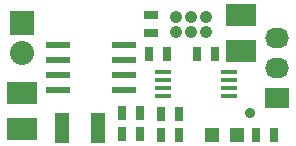
<source format=gts>
%FSLAX46Y46*%
G04 Gerber Fmt 4.6, Leading zero omitted, Abs format (unit mm)*
G04 Created by KiCad (PCBNEW (2014-08-05 BZR 5054)-product) date 06/11/2014 16:14:12*
%MOMM*%
G01*
G04 APERTURE LIST*
%ADD10C,0.100000*%
%ADD11R,2.499360X1.950720*%
%ADD12R,0.635000X1.143000*%
%ADD13R,1.198880X1.198880*%
%ADD14R,1.470660X0.419100*%
%ADD15R,2.032000X1.727200*%
%ADD16O,2.032000X1.727200*%
%ADD17C,1.066800*%
%ADD18R,2.032000X2.032000*%
%ADD19O,2.032000X2.032000*%
%ADD20R,1.998980X0.599440*%
%ADD21R,1.143000X0.635000*%
%ADD22R,1.270000X2.540000*%
%ADD23C,0.889000*%
G04 APERTURE END LIST*
D10*
D11*
X146050000Y-103759000D03*
X146050000Y-106807000D03*
X164592000Y-100203000D03*
X164592000Y-97155000D03*
D12*
X162433000Y-100457000D03*
X160909000Y-100457000D03*
X157861000Y-107315000D03*
X159385000Y-107315000D03*
D13*
X164244020Y-107315000D03*
X162145980Y-107315000D03*
D14*
X157982920Y-102674420D03*
X157982920Y-103319580D03*
X157982920Y-103972360D03*
X157982920Y-102021640D03*
X163581080Y-103972360D03*
X163581080Y-103319580D03*
X163581080Y-102674420D03*
X163581080Y-102021640D03*
D15*
X167640000Y-104140000D03*
D16*
X167640000Y-101600000D03*
X167640000Y-99060000D03*
D17*
X159131000Y-98552000D03*
X159131000Y-97282000D03*
X160401000Y-98552000D03*
X160401000Y-97282000D03*
X161671000Y-98552000D03*
X161671000Y-97282000D03*
D18*
X146050000Y-97790000D03*
D19*
X146050000Y-100330000D03*
D20*
X154686000Y-103505000D03*
X154686000Y-102235000D03*
X154686000Y-100965000D03*
X154686000Y-99695000D03*
X149098000Y-99695000D03*
X149098000Y-100965000D03*
X149098000Y-102235000D03*
X149098000Y-103505000D03*
D12*
X167386000Y-107315000D03*
X165862000Y-107315000D03*
D21*
X156972000Y-98679000D03*
X156972000Y-97155000D03*
D12*
X157861000Y-105537000D03*
X159385000Y-105537000D03*
X154559000Y-105410000D03*
X156083000Y-105410000D03*
X154559000Y-107188000D03*
X156083000Y-107188000D03*
D22*
X149479000Y-106680000D03*
X152527000Y-106680000D03*
D12*
X158369000Y-100457000D03*
X156845000Y-100457000D03*
D23*
X165354000Y-105410000D03*
M02*

</source>
